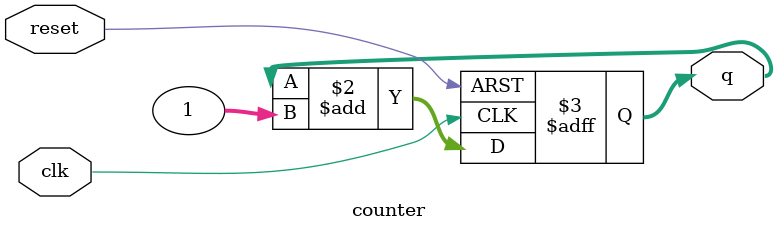
<source format=sv>
module counter#(parameter N=32)
					(input logic clk,
					 input logic reset,
					 output logic [N-1:0]q);
						
	always_ff@(posedge clk, posedge reset)
		if(reset) q<= 0;
		else q<=q+1;

endmodule
</source>
